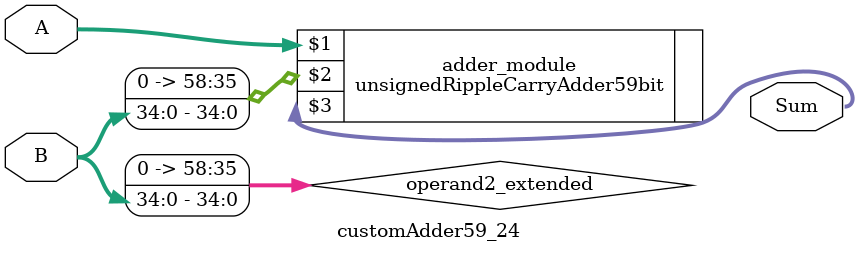
<source format=v>
module customAdder59_24(
                        input [58 : 0] A,
                        input [34 : 0] B,
                        
                        output [59 : 0] Sum
                );

        wire [58 : 0] operand2_extended;
        
        assign operand2_extended =  {24'b0, B};
        
        unsignedRippleCarryAdder59bit adder_module(
            A,
            operand2_extended,
            Sum
        );
        
        endmodule
        
</source>
